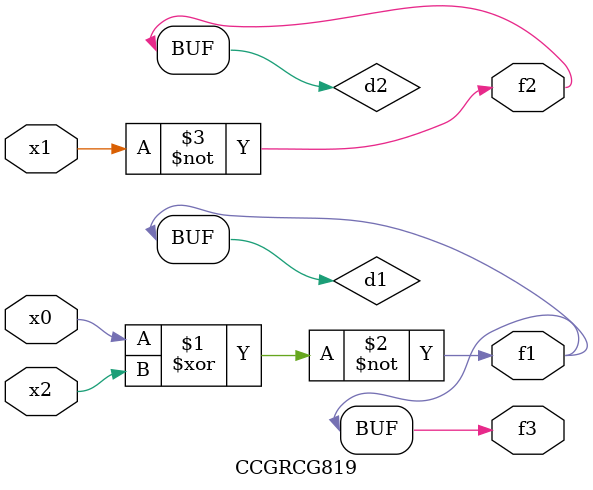
<source format=v>
module CCGRCG819(
	input x0, x1, x2,
	output f1, f2, f3
);

	wire d1, d2, d3;

	xnor (d1, x0, x2);
	nand (d2, x1);
	nor (d3, x1, x2);
	assign f1 = d1;
	assign f2 = d2;
	assign f3 = d1;
endmodule

</source>
